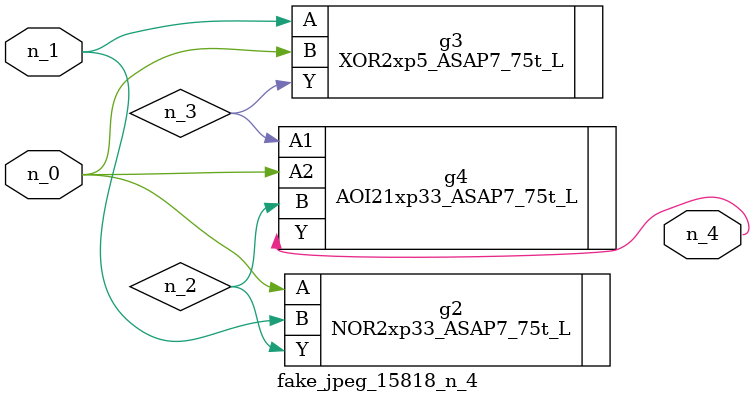
<source format=v>
module fake_jpeg_15818_n_4 (n_0, n_1, n_4);

input n_0;
input n_1;

output n_4;

wire n_3;
wire n_2;

NOR2xp33_ASAP7_75t_L g2 ( 
.A(n_0),
.B(n_1),
.Y(n_2)
);

XOR2xp5_ASAP7_75t_L g3 ( 
.A(n_1),
.B(n_0),
.Y(n_3)
);

AOI21xp33_ASAP7_75t_L g4 ( 
.A1(n_3),
.A2(n_0),
.B(n_2),
.Y(n_4)
);


endmodule
</source>
